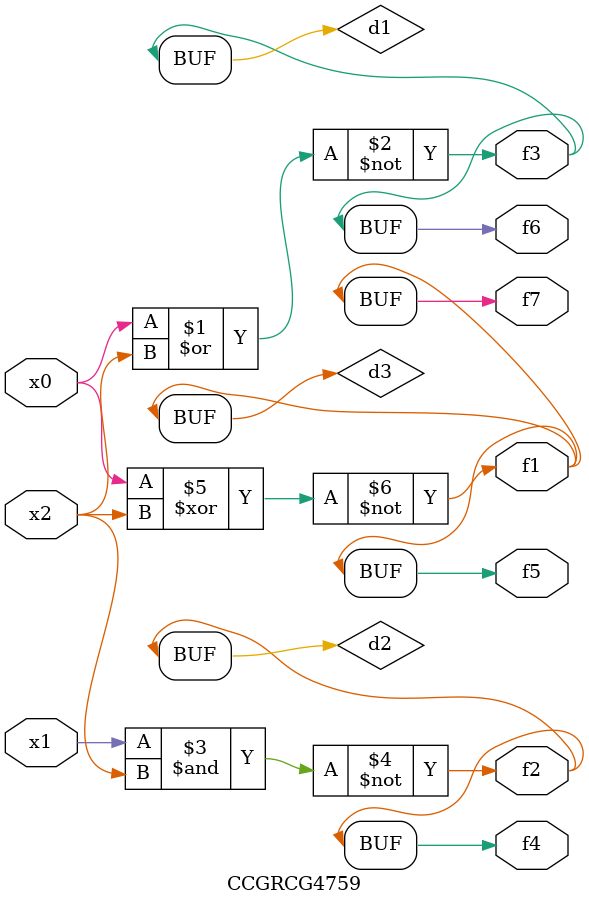
<source format=v>
module CCGRCG4759(
	input x0, x1, x2,
	output f1, f2, f3, f4, f5, f6, f7
);

	wire d1, d2, d3;

	nor (d1, x0, x2);
	nand (d2, x1, x2);
	xnor (d3, x0, x2);
	assign f1 = d3;
	assign f2 = d2;
	assign f3 = d1;
	assign f4 = d2;
	assign f5 = d3;
	assign f6 = d1;
	assign f7 = d3;
endmodule

</source>
